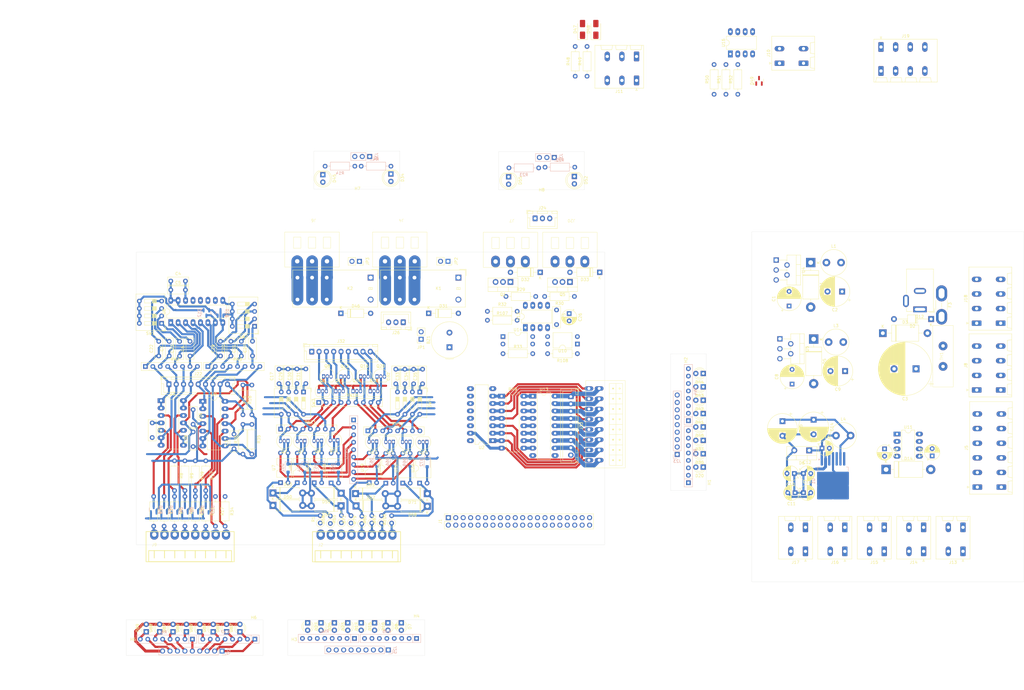
<source format=kicad_pcb>
(kicad_pcb
	(version 20240108)
	(generator "pcbnew")
	(generator_version "8.0")
	(general
		(thickness 1.6)
		(legacy_teardrops no)
	)
	(paper "A3")
	(layers
		(0 "F.Cu" signal)
		(31 "B.Cu" signal)
		(32 "B.Adhes" user "B.Adhesive")
		(33 "F.Adhes" user "F.Adhesive")
		(34 "B.Paste" user)
		(35 "F.Paste" user)
		(36 "B.SilkS" user "B.Silkscreen")
		(37 "F.SilkS" user "F.Silkscreen")
		(38 "B.Mask" user)
		(39 "F.Mask" user)
		(40 "Dwgs.User" user "User.Drawings")
		(41 "Cmts.User" user "User.Comments")
		(42 "Eco1.User" user "User.Eco1")
		(43 "Eco2.User" user "User.Eco2")
		(44 "Edge.Cuts" user)
		(45 "Margin" user)
		(46 "B.CrtYd" user "B.Courtyard")
		(47 "F.CrtYd" user "F.Courtyard")
		(48 "B.Fab" user)
		(49 "F.Fab" user)
		(50 "User.1" user)
		(51 "User.2" user)
		(52 "User.3" user)
		(53 "User.4" user)
		(54 "User.5" user)
		(55 "User.6" user)
		(56 "User.7" user)
		(57 "User.8" user)
		(58 "User.9" user)
	)
	(setup
		(pad_to_mask_clearance 0)
		(allow_soldermask_bridges_in_footprints no)
		(pcbplotparams
			(layerselection 0x00010fc_ffffffff)
			(plot_on_all_layers_selection 0x0000000_00000000)
			(disableapertmacros no)
			(usegerberextensions no)
			(usegerberattributes yes)
			(usegerberadvancedattributes yes)
			(creategerberjobfile yes)
			(dashed_line_dash_ratio 12.000000)
			(dashed_line_gap_ratio 3.000000)
			(svgprecision 4)
			(plotframeref no)
			(viasonmask no)
			(mode 1)
			(useauxorigin no)
			(hpglpennumber 1)
			(hpglpenspeed 20)
			(hpglpendiameter 15.000000)
			(pdf_front_fp_property_popups yes)
			(pdf_back_fp_property_popups yes)
			(dxfpolygonmode yes)
			(dxfimperialunits yes)
			(dxfusepcbnewfont yes)
			(psnegative no)
			(psa4output no)
			(plotreference yes)
			(plotvalue yes)
			(plotfptext yes)
			(plotinvisibletext no)
			(sketchpadsonfab no)
			(subtractmaskfromsilk no)
			(outputformat 1)
			(mirror no)
			(drillshape 1)
			(scaleselection 1)
			(outputdirectory "")
		)
	)
	(net 0 "")
	(net 1 "+5V")
	(net 2 "/Buzzer")
	(net 3 "+24V filtered")
	(net 4 "GND")
	(net 5 "+3V3")
	(net 6 "/ADC_CH3")
	(net 7 "/ADC_CH1")
	(net 8 "+12V")
	(net 9 "Net-(D6-K)")
	(net 10 "Net-(U1-BOOT)")
	(net 11 "/Dig-IN_1")
	(net 12 "Net-(U11-CAP+)")
	(net 13 "Net-(D14-K)")
	(net 14 "-5V")
	(net 15 "/ADC_CH5")
	(net 16 "/ADC_CH6")
	(net 17 "/ADC_CH0")
	(net 18 "/ADC_CH2")
	(net 19 "/ADC_CH7")
	(net 20 "/ADC_CH4")
	(net 21 "/Dig-IN_2")
	(net 22 "/Dig-IN_3")
	(net 23 "/Dig-IN_4")
	(net 24 "/Dig-IN_5")
	(net 25 "/Dig-IN_6")
	(net 26 "/Dig-IN_7")
	(net 27 "/Dig-IN_8")
	(net 28 "Net-(D1-K)")
	(net 29 "Net-(D2-K)")
	(net 30 "Net-(D5-K)")
	(net 31 "OUT_Digital_1_open-drain")
	(net 32 "Net-(U3C-+)")
	(net 33 "Net-(U3D-+)")
	(net 34 "IN_Analog_6 (0-20mA)")
	(net 35 "IN_Analog_7 (0-20mA)")
	(net 36 "Net-(U9B-+)")
	(net 37 "/OUT_PWM_1_diode")
	(net 38 "/OUT_PWM_2_diode")
	(net 39 "Net-(D34-A)")
	(net 40 "Net-(U9A-+)")
	(net 41 "OUT_Digital_2_open-drain")
	(net 42 "OUT_Digital_3_open-drain")
	(net 43 "OUT_Digital_4_open-drain")
	(net 44 "OUT_Digital_5_open-drain")
	(net 45 "Net-(U3A-+)")
	(net 46 "I2C_SDA")
	(net 47 "RS485_B")
	(net 48 "RS485_A")
	(net 49 "Net-(D50-A1)")
	(net 50 "Net-(D51-A)")
	(net 51 "Net-(D53-A1)")
	(net 52 "Net-(D54-A)")
	(net 53 "Net-(D56-A1)")
	(net 54 "Net-(D57-A)")
	(net 55 "Net-(D59-A1)")
	(net 56 "Net-(D60-A)")
	(net 57 "Net-(D62-A1)")
	(net 58 "Net-(D63-A)")
	(net 59 "Net-(D65-A1)")
	(net 60 "Net-(D66-A)")
	(net 61 "Net-(D68-A1)")
	(net 62 "Net-(D69-A)")
	(net 63 "Net-(D71-A1)")
	(net 64 "Net-(D72-A)")
	(net 65 "+BATT")
	(net 66 "unconnected-(J1-ID_SD{slash}GPIO0-Pad27)")
	(net 67 "/SPI_CE0_ADC")
	(net 68 "Net-(J1-3V3-Pad1)")
	(net 69 "/SPI0_miso_ADC")
	(net 70 "/UART_DIR-T")
	(net 71 "/SPI0_mosi_ADC")
	(net 72 "/SPI0_sclk_ADC")
	(net 73 "/UART_TX")
	(net 74 "/SPI1_miso_FREE")
	(net 75 "/SR-OUT_latch")
	(net 76 "/SPI1_mosi_FREE")
	(net 77 "/SR-OUT_clock")
	(net 78 "/SR-OUT_data")
	(net 79 "unconnected-(J1-ID_SC{slash}GPIO1-Pad28)")
	(net 80 "/SPI1_CE_FREE")
	(net 81 "/UART_RX")
	(net 82 "/OUT_PWM_2")
	(net 83 "/SPI1_sclk_FREE")
	(net 84 "/OUT_PWM_1")
	(net 85 "IN_Digital_8")
	(net 86 "IN_Digital_5")
	(net 87 "IN_Digital_2")
	(net 88 "IN_Digital_3")
	(net 89 "IN_Digital_4")
	(net 90 "IN_Digital_6")
	(net 91 "IN_Digital_7")
	(net 92 "IN_Digital_1")
	(net 93 "OUT_Digital_8")
	(net 94 "OUT_Digital_7_open-drain")
	(net 95 "OUT_Digital_2")
	(net 96 "OUT_Digital_4")
	(net 97 "OUT_Digital_5")
	(net 98 "OUT_Digital_6")
	(net 99 "OUT_Digital_3")
	(net 100 "OUT_Digital_7")
	(net 101 "OUT_Digital_8_open-drain")
	(net 102 "OUT_Digital_1")
	(net 103 "OUT_Digital_6_open-drain")
	(net 104 "Net-(J4-Pin_1)")
	(net 105 "Net-(J4-Pin_2)")
	(net 106 "Net-(J4-Pin_3)")
	(net 107 "OUT_Digital_COM_open-drain")
	(net 108 "Net-(J6-Pin_1)")
	(net 109 "Net-(J6-Pin_3)")
	(net 110 "Net-(J6-Pin_2)")
	(net 111 "IN_Analog_1 (0-3.3V)")
	(net 112 "IN_Analog_5 (0-24V)")
	(net 113 "IN_Analog_4 (0-12V)")
	(net 114 "IN_Analog_2 (0-5V)")
	(net 115 "IN_Analog_0 (0-3.3V)")
	(net 116 "IN_Analog_3 (0-5V)")
	(net 117 "Net-(Q1-G)")
	(net 118 "Net-(Q2-G)")
	(net 119 "Net-(Q2-D)")
	(net 120 "Net-(Q5-G)")
	(net 121 "Net-(C17-Pad1)")
	(net 122 "Net-(Q7-G)")
	(net 123 "Net-(Q7-D)")
	(net 124 "Net-(C29-Pad1)")
	(net 125 "Net-(Q9-G)")
	(net 126 "Net-(C30-Pad1)")
	(net 127 "Net-(Q10-G)")
	(net 128 "Net-(Q11-D)")
	(net 129 "Net-(Q11-G)")
	(net 130 "Net-(C31-Pad1)")
	(net 131 "Net-(Q13-G)")
	(net 132 "Net-(Q13-D)")
	(net 133 "Net-(C32-Pad1)")
	(net 134 "Net-(Q15-D)")
	(net 135 "Net-(Q15-G)")
	(net 136 "Net-(C33-Pad1)")
	(net 137 "Net-(Q17-G)")
	(net 138 "Net-(Q17-D)")
	(net 139 "Net-(C34-Pad1)")
	(net 140 "Net-(Q19-D)")
	(net 141 "Net-(Q19-G)")
	(net 142 "Net-(C35-Pad1)")
	(net 143 "Net-(U9C--)")
	(net 144 "Net-(U12-~{OUTA})")
	(net 145 "Net-(U12-~{OUTB})")
	(net 146 "Net-(U12-INB)")
	(net 147 "Net-(R33-Pad1)")
	(net 148 "Net-(U9D--)")
	(net 149 "Net-(U12-INA)")
	(net 150 "Net-(R108-Pad1)")
	(net 151 "unconnected-(U1-EN-Pad7)")
	(net 152 "unconnected-(U1-NC-Pad5)")
	(net 153 "unconnected-(U2-QH'-Pad9)")
	(net 154 "unconnected-(U11-OSC-Pad7)")
	(net 155 "unconnected-(U11-NC-Pad1)")
	(net 156 "unconnected-(U12-NC-Pad8)")
	(net 157 "unconnected-(U12-NC-Pad1)")
	(net 158 "Net-(U3B-+)")
	(net 159 "Net-(D45-K)")
	(net 160 "/LED_analog-CH6")
	(net 161 "/LED_analog-CH2")
	(net 162 "/LED_analog-CH7")
	(net 163 "/LED_analog-CH5")
	(net 164 "/LED_analog-CH0")
	(net 165 "/LED_analog-CH1")
	(net 166 "/LED_analog-CH3")
	(net 167 "/LED_analog-CH4")
	(net 168 "Net-(D10-K)")
	(net 169 "Net-(D7-A)")
	(net 170 "Net-(D8-A)")
	(net 171 "Net-(D10-A)")
	(net 172 "Net-(D15-A)")
	(net 173 "Net-(D17-A)")
	(net 174 "Net-(D23-A)")
	(net 175 "Net-(D26-A)")
	(net 176 "Net-(D27-A)")
	(net 177 "Net-(D82-K)")
	(net 178 "Net-(D82-A)")
	(net 179 "Net-(D83-K)")
	(net 180 "Net-(D84-K)")
	(net 181 "Net-(D85-K)")
	(net 182 "Net-(D86-K)")
	(net 183 "Net-(D87-K)")
	(net 184 "Net-(D88-K)")
	(net 185 "Net-(D89-K)")
	(net 186 "Net-(J25-Pin_8)")
	(net 187 "Net-(J25-Pin_5)")
	(net 188 "Net-(J25-Pin_7)")
	(net 189 "Net-(J25-Pin_2)")
	(net 190 "Net-(J25-Pin_6)")
	(net 191 "Net-(J25-Pin_1)")
	(net 192 "Net-(J25-Pin_4)")
	(net 193 "Net-(J25-Pin_3)")
	(net 194 "Net-(J27-Pin_4)")
	(net 195 "Net-(J27-Pin_8)")
	(net 196 "Net-(J27-Pin_1)")
	(net 197 "Net-(J27-Pin_5)")
	(net 198 "Net-(J27-Pin_6)")
	(net 199 "Net-(J27-Pin_7)")
	(net 200 "Net-(J27-Pin_3)")
	(net 201 "Net-(J27-Pin_2)")
	(net 202 "Net-(D20-A)")
	(net 203 "Net-(D20-K)")
	(net 204 "Net-(D30-K)")
	(net 205 "Net-(D37-K)")
	(net 206 "Net-(D40-K)")
	(net 207 "Net-(D41-K)")
	(net 208 "Net-(D42-K)")
	(net 209 "Net-(D43-K)")
	(net 210 "Net-(D44-K)")
	(net 211 "/LED_digital-out_2")
	(net 212 "/LED_digital-out_8")
	(net 213 "/LED_digital-out_6")
	(net 214 "/LED_digital-out_5")
	(net 215 "/LED_digital-out_4")
	(net 216 "/LED_digital-out_7")
	(net 217 "/LED_digital-out_1")
	(net 218 "/LED_digital-out_3")
	(net 219 "Net-(J23-Pin_1)")
	(net 220 "Net-(J23-Pin_5)")
	(net 221 "Net-(J23-Pin_3)")
	(net 222 "Net-(J23-Pin_2)")
	(net 223 "Net-(J23-Pin_8)")
	(net 224 "Net-(J23-Pin_7)")
	(net 225 "Net-(J23-Pin_4)")
	(net 226 "Net-(J23-Pin_6)")
	(net 227 "/LED_relay-1")
	(net 228 "/LED_PWM-1")
	(net 229 "/LED_PWM-2")
	(net 230 "Net-(D34-K)")
	(net 231 "/LED_relay-2")
	(net 232 "Net-(D52-K)")
	(net 233 "Net-(D52-A)")
	(net 234 "Net-(D55-K)")
	(net 235 "Net-(J30-Pin_3)")
	(net 236 "Net-(J30-Pin_2)")
	(net 237 "Net-(J31-Pin_3)")
	(net 238 "Net-(J31-Pin_2)")
	(net 239 "Net-(RN9-R2.2)")
	(net 240 "Net-(RN9-R8.2)")
	(net 241 "Net-(RN9-R7.2)")
	(net 242 "Net-(RN9-R5.2)")
	(net 243 "Net-(RN9-R1.2)")
	(net 244 "Net-(RN9-R6.2)")
	(net 245 "Net-(RN9-R3.2)")
	(net 246 "Net-(RN9-R4.2)")
	(net 247 "/DIP_EN-Filter-ADC3")
	(net 248 "/DIP_EN-Filter-ADC1")
	(net 249 "/DIP_EN-Filter-ADC5")
	(net 250 "/DIP_EN-Filter-ADC6")
	(net 251 "/DIP_EN-Filter-ADC0")
	(net 252 "/DIP_EN-Filter-ADC2")
	(net 253 "/DIP_EN-Filter-ADC7")
	(net 254 "/DIP_EN-Filter-ADC4")
	(footprint "Capacitor_THT:CP_Radial_D10.0mm_P5.00mm" (layer "F.Cu") (at 311.446327 145.5787 180))
	(footprint "Connector_JST:JST_XH_B9B-XH-A_1x09_P2.50mm_Vertical" (layer "F.Cu") (at 129.2658 138.9336))
	(footprint "Resistor_THT:R_Axial_DIN0207_L6.3mm_D2.5mm_P10.16mm_Horizontal" (layer "F.Cu") (at 266.69055 50.9683 90))
	(footprint "Button_Switch_THT:SW_DIP_SPSTx04_Slide_9.78x12.34mm_W7.62mm_P2.54mm" (layer "F.Cu") (at 77.99255 129.2763 180))
	(footprint "Package_TO_SOT_THT:TO-92_Inline" (layer "F.Cu") (at 131.7253 152.4595))
	(footprint "Package_DIP:DIP-4_W10.16mm" (layer "F.Cu") (at 219.99505 136.336515 180))
	(footprint "Connector_PinSocket_2.54mm:PinSocket_1x02_P2.54mm_Vertical" (layer "F.Cu") (at 166.63005 134.7033 180))
	(footprint "Capacitor_THT:CP_Radial_D5.0mm_P2.50mm" (layer "F.Cu") (at 217.20105 125.922515 -90))
	(footprint "Relay_THT:Relay_SPDT_Omron_G2RL-1-E" (layer "F.Cu") (at 179.35505 113.6413 -90))
	(footprint "Resistor_THT:R_Axial_DIN0207_L6.3mm_D2.5mm_P10.16mm_Horizontal" (layer "F.Cu") (at 99.66505 188.4513 -90))
	(footprint "LED_THT:LED_D3.0mm_IRGrey" (layer "F.Cu") (at 91.02905 234.6843 90))
	(footprint "LED_THT:LED_D3.0mm_IRGrey" (layer "F.Cu") (at 127.85905 231.6313 -90))
	(footprint "Capacitor_THT:CP_Radial_D8.0mm_P5.00mm" (layer "F.Cu") (at 292.31465 123.343351 90))
	(footprint "Diode_THT:D_DO-201AD_P15.24mm_Horizontal" (layer "F.Cu") (at 300.69665 134.6567 -90))
	(footprint "Package_DIP:DIP-8_W7.62mm_LongPads"
		(layer "F.Cu")
		(uuid "0a190fd7-2dbf-4d42-bf26-6ca23693d527")
		(at 272.23555 37.1933 90)
		(descr "8-lead though-hole mounted DIP package, row spacing 7.62 mm (300 mils), LongPads")
		(tags "THT DIP DIL PDIP 2.54mm 7.62mm 300mil LongPads")
		(property "Reference" "U16"
			(at 3.81 -2.33 90)
			(layer "F.SilkS")
			(uuid "774d4eee-02fd-40fc-9307-dc87ff5b3d17")
			(effects
				(font
					(size 1 1)
					(thickness 0.15)
				)
			)
		)
		(property "Value" "MAX3483"
			(at 3.81 9.95 90)
			(layer "F.Fab")
			(uuid "0a8e769d-8d10-463f-b6d0-98d39dfd4189")
			(effects
				(font
					(size 1 1)
					(thickness 0.15)
				)
			)
		)
		(property "Footprint" "Package_DIP:DIP-8_W7.62mm_LongPads"
			(at 0 0 90)
			(unlocked yes)
			(layer "F.Fab")
			(hide yes)
			(uuid "f40826d5-19cf-45ac-b5b1-b00bcb51981e")
			(effects
				(font
					(size 1.27 1.27)
					(thickness 0.15)
				)
			)
		)
		(property "Datasheet" "https://datasheets.maximintegrated.com/en/ds/MAX3483-MAX3491.pdf"
			(at 0 0 90)
			(unlocked yes)
			(layer "F.Fab")
			(hide yes)
			(uuid "2c121ce4-705a-401f-a285-fd25522f951a")
			(effects
				(font
					(size 1.27 1.27)
					(thickness 0.15)
				)
			)
		)
		(property "Description" "True RS-485/RS-422, 0.25Mbps, Slew-Rate Limited, with low-power shutdown, with receiver/driver enable, 32 receiver drive capacitity, DIP-8 and SOIC-8"
			(at 0 0 90)
			(unlocked yes)
			(layer "F.Fab")
			(hide yes)
			(uuid "5ebc0a7d-9bbe-4805-ac89-bbebcf628127")
			(effects
				(font
					(size 1.27 1.27)
					(thickness 0.15)
				)
			)
		)
		(property ki_fp_filters "DIP*W7.62mm* SOIC*3.9x4.9mm*P1.27mm*")
		(path "/0be52a61-fdab-4ded-9e87-4e3a717d77e2")
		(sheetname "Root")
		(sheetfile "pi-interface-board_v1.0.kicad_sch")
		(attr through_hole)
		(fp_line
			(start 6.06 -1.33)
			(end 4.81 -1.33)
			(stroke
				(width 0.12)
				(type solid)
			)
			(layer "F.SilkS")
			(uuid "13f8b196-7fff-46c3-8769-915480b921ce")
		)
		(fp_line
			(start 2.81 -1.33)
			(end 1.56 -1.33)
			(stroke
				(width 0.12)
				(type solid)
			)
			(layer "F.SilkS")
			(uuid "f382e960-75ce-4f8a-9bdc-e181dd51a2f4")
		)
		(fp_line
			(start 1.56 -1.33)
			(end 1.56 8.95)
			(stroke
				(width 0.12)
				(type solid)
			)
			(layer "F.SilkS")
			(uuid "f6ee7341-ec1a-4bff-8a40-1caea67e29a1")
		)
		(fp_line
			(start 6.06 8.95)
			(end 6.06 -1.33)
			(stroke
				(width 0.12)
				(type solid)
			)
			(layer "F.SilkS")
			(uuid "aa4173c5-49f2-41e4-8e6c-53fc18721f75")
		)
		(fp_line
			(start 1.56 8.95)
			(end 6.06 8.95)
			(stroke
				(width 0.12)
				(type solid)
			)
			(layer "F.SilkS")
			(uuid "11bf78bb-6d2d-4243-80eb-e74695de97b3")
		)
		(fp_arc
			(start 4.81 -1.33)
			(mid 3.81 -0.33)
			(end 2.81 -1.33)
			(stroke
				(width 0.12)
				(type solid)
			)
			(layer "F.SilkS")
			(uuid "9947883c-14e9-4098-837a-a6604b0863db")
		)
		(fp_line
			(start 9.1 -1.55)
			(end -1.45 -1.55)
			(stroke
				(width 0.05)
				(type solid)
			)
			(layer "F.CrtYd")
			(uuid "b1706fe2-6227-44aa-a883-f6941d2eaab7")
		)
		(fp_line
			(start -1.45 -1.55)
			(end -1.45 9.15)
			(stroke
				(width 0.05)
				(type solid)
			)
			(layer "F.CrtYd")
			(uuid "1f4b5f49-c116-4931-ae12-b3f3f500f25c")
		)
		(fp_line
			(start 9.1 9.15)
			(end 9.1 -1.55)
			(stroke
				(width 0.05)
				(type solid)
			)
			(layer "F.CrtYd")
			(uuid "870f306c-54f3-48ab-9c98-5a33ef52a96c")
		)
		(fp_line
			(start -1.45 9.15)
			(end 9.1 9.15)
			(stroke
				(width 0.05)
				(type solid)
			)
			(layer "F.CrtYd")
			(uuid "55089681-9069-444c-a519-dbe48c932fde")
		)
		(fp_line
			(start 6.985 -1.27)
			(end 6.985 8.89)
			(stroke
				(width 0.1)
				(type solid)
			)
			(layer "F.Fab")
			(uuid "74c8944a-85b7-49a4-9648-e32eab66384c")
		)
		(fp_line
			(start 1.635 -1.27)
			(end 6.985 -1.27)
			(stroke
				(width 0.1)
				(type solid)
			)
			(layer "F.Fab")
			(uuid "387765ee-9cc8-422c-a5a3-ecc2b7e570d5")
		)
		(fp_line
			(start 0.635 -0.27)
			(end 1.635 -1.27)
			(stroke
				(width 0.1)
				(type solid)
			)
			(layer "F.Fab")
			(uuid "2a488d99-c11e-4f39-aa09-e64687358390")
		)
		(fp_line
			(start 6.985 8.89)
			(end 0.635 8.89)
			(stroke
				(width 0.1)
				(type solid)
			)
			(layer "F.Fab")
			(uuid "2972361a-1008-4fad-9fcc-8f03d84e014f")
		)
		(fp_line
			(start 0.635 8.89)
			(end 0.635 -0.27)
			(stroke
				(width 0.1)
				(type solid)
			)
			(layer "F.Fab")
			(uuid "80ebdc76-c005-4eb7-b4b8-3e8536bf9ccc")
		)
		(fp_text user "${REFERENCE}"
			(at 3.81 3.81 90)
			(layer "F.Fab")
			(uuid "0e1602b9-5ea5-40a9-9c93-432912a1ec2a")
			(effects
				(font
					(size 1 1)
					(thickness 0.15)
				)
			)
		)
		(pad "1" thru_hole rect
			(at 0 0 90)
			(size 2.4 1.6)
			(drill 0.8)
			(layers "*.Cu" "*.Mask")
			(remove_unused_layers no)
			(net 81 "/UART_RX")
			(pinfunction "RO")
			(pintype "output")
			(uuid "38f56b45-c0ec-434f-81f2-594088f99d98")
		)
		(pad "2" thru_hole oval
			(at 0 2.54 90)
			(size 2.4 1.6)
			(drill 0.8)
			(layers "*.Cu" "*.Mask")
			(remove_unused_layers no)
			(net 70 "/UART_DIR-T")
			(pinfunction "~{RE}")
			(pintype "input")
			(uuid "c7e708f4-9bfe-48bf-8e2b-d47e8811c804")
		)
		(pad "3" thru_hole oval
			(at 0 5.08 90)
			(size 2.4 1.6)
			(drill 0.8)
			(layers "*.Cu" "*.Mask")
			(remove_unused_layers no)
			(net 70 "/UART_DIR-T")
			(pinfunction "DE")
			(pintype "input")
			(uuid "bde9401d-7a00-4ac0-924d-b92318179e2d")
		)
		(pad "4" thru_hole oval
			(at 0 7.62 90)
			(size 2.4 1.6)
			(drill 0.8)
			(layers "*.Cu" "*.Mask")
			(remove_unused_layers no)
... [1862325 chars truncated]
</source>
